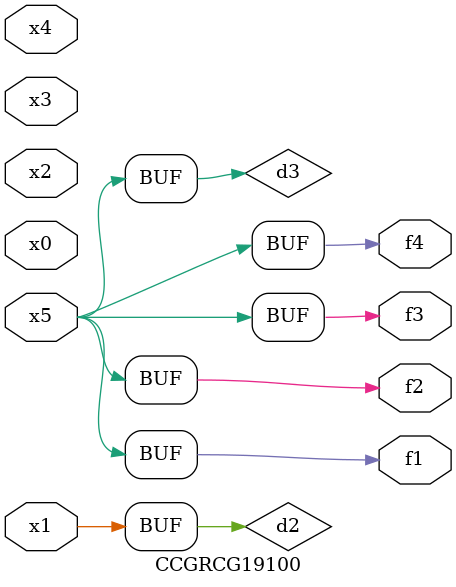
<source format=v>
module CCGRCG19100(
	input x0, x1, x2, x3, x4, x5,
	output f1, f2, f3, f4
);

	wire d1, d2, d3;

	not (d1, x5);
	or (d2, x1);
	xnor (d3, d1);
	assign f1 = d3;
	assign f2 = d3;
	assign f3 = d3;
	assign f4 = d3;
endmodule

</source>
